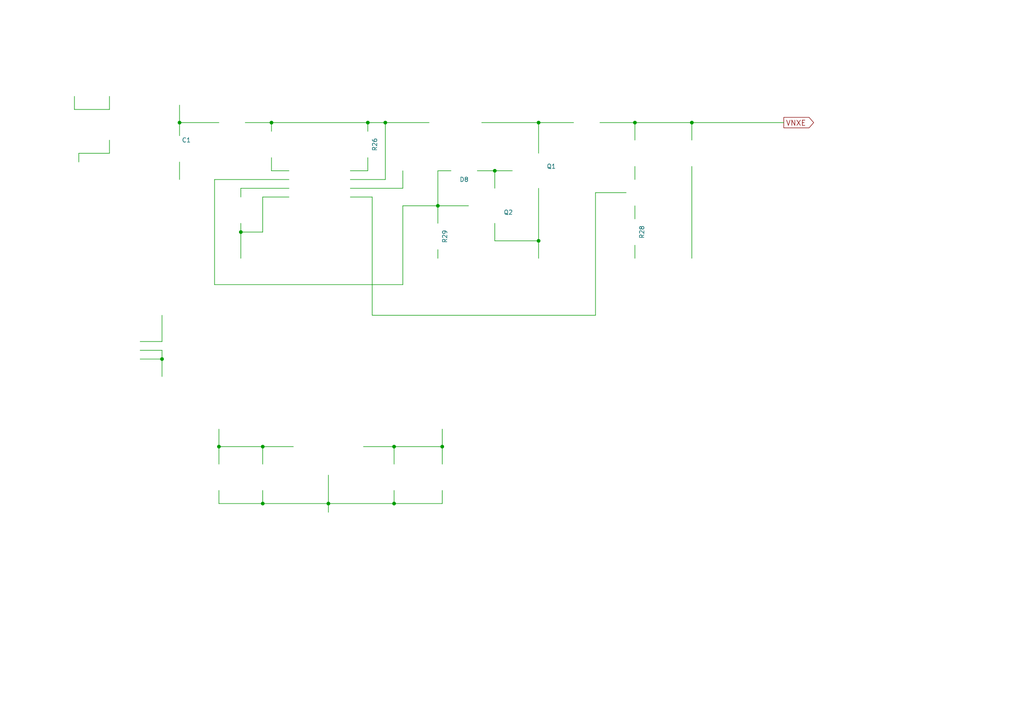
<source format=kicad_sch>
(kicad_sch (version 20211123) (generator eeschema)
  (paper "A4")
  (title_block (title "power") (date "2017-10-24"))
  (lib_symbols)
  (junction (at 114.3 146.05))
  (junction (at 156.21 35.56))
  (junction (at 95.25 146.05))
  (junction (at 111.76 35.56))
  (junction (at 63.5 129.54))
  (junction (at 106.68 35.56))
  (junction (at 69.85 67.31))
  (junction (at 143.51 49.53))
  (junction (at 184.15 35.56))
  (junction (at 114.3 129.54))
  (junction (at 78.74 35.56))
  (junction (at 200.66 35.56))
  (junction (at 128.27 129.54))
  (junction (at 156.21 69.85))
  (junction (at 76.2 129.54))
  (junction (at 46.99 104.14))
  (junction (at 127 59.69))
  (junction (at 76.2 146.05))
  (junction (at 52.07 35.56))
  (wire (pts (xy 83.82 57.15) (xy 76.2 57.15)))
  (wire (pts (xy 62.23 52.07) (xy 62.23 82.55)))
  (wire (pts (xy 156.21 44.45) (xy 156.21 35.56)))
  (wire (pts (xy 52.07 46.99) (xy 52.07 52.07)))
  (wire (pts (xy 184.15 40.64) (xy 184.15 35.56)))
  (wire (pts (xy 106.68 45.72) (xy 106.68 49.53)))
  (wire (pts (xy 63.5 142.24) (xy 63.5 146.05)))
  (wire (pts (xy 156.21 54.61) (xy 156.21 69.85)))
  (wire (pts (xy 76.2 142.24) (xy 76.2 146.05)))
  (wire (pts (xy 200.66 35.56) (xy 227.33 35.56)))
  (wire (pts (xy 107.95 91.44) (xy 107.95 57.15)))
  (wire (pts (xy 78.74 35.56) (xy 106.68 35.56)))
  (wire (pts (xy 181.61 55.88) (xy 172.72 55.88)))
  (wire (pts (xy 106.68 35.56) (xy 111.76 35.56)))
  (wire (pts (xy 76.2 129.54) (xy 85.09 129.54)))
  (wire (pts (xy 83.82 54.61) (xy 69.85 54.61)))
  (wire (pts (xy 21.59 27.94) (xy 21.59 31.75)))
  (wire (pts (xy 114.3 134.62) (xy 114.3 129.54)))
  (wire (pts (xy 62.23 82.55) (xy 116.84 82.55)))
  (wire (pts (xy 128.27 146.05) (xy 128.27 142.24)))
  (wire (pts (xy 114.3 146.05) (xy 128.27 146.05)))
  (wire (pts (xy 128.27 129.54) (xy 128.27 134.62)))
  (wire (pts (xy 76.2 146.05) (xy 95.25 146.05)))
  (wire (pts (xy 71.12 35.56) (xy 78.74 35.56)))
  (wire (pts (xy 116.84 49.53) (xy 116.84 54.61)))
  (wire (pts (xy 111.76 52.07) (xy 111.76 35.56)))
  (wire (pts (xy 46.99 101.6) (xy 46.99 104.14)))
  (wire (pts (xy 52.07 30.48) (xy 52.07 35.56)))
  (wire (pts (xy 46.99 104.14) (xy 46.99 109.22)))
  (wire (pts (xy 78.74 45.72) (xy 78.74 49.53)))
  (wire (pts (xy 95.25 146.05) (xy 95.25 148.59)))
  (wire (pts (xy 78.74 38.1) (xy 78.74 35.56)))
  (wire (pts (xy 143.51 54.61) (xy 143.51 49.53)))
  (wire (pts (xy 172.72 91.44) (xy 107.95 91.44)))
  (wire (pts (xy 130.81 49.53) (xy 127 49.53)))
  (wire (pts (xy 139.7 35.56) (xy 156.21 35.56)))
  (wire (pts (xy 106.68 49.53) (xy 101.6 49.53)))
  (wire (pts (xy 31.75 31.75) (xy 31.75 27.94)))
  (wire (pts (xy 184.15 35.56) (xy 200.66 35.56)))
  (wire (pts (xy 69.85 64.77) (xy 69.85 67.31)))
  (wire (pts (xy 128.27 124.46) (xy 128.27 129.54)))
  (wire (pts (xy 83.82 52.07) (xy 62.23 52.07)))
  (wire (pts (xy 138.43 49.53) (xy 143.51 49.53)))
  (wire (pts (xy 63.5 35.56) (xy 52.07 35.56)))
  (wire (pts (xy 69.85 54.61) (xy 69.85 57.15)))
  (wire (pts (xy 105.41 129.54) (xy 114.3 129.54)))
  (wire (pts (xy 116.84 82.55) (xy 116.84 59.69)))
  (wire (pts (xy 107.95 57.15) (xy 101.6 57.15)))
  (wire (pts (xy 31.75 44.45) (xy 31.75 40.64)))
  (wire (pts (xy 200.66 48.26) (xy 200.66 74.93)))
  (wire (pts (xy 63.5 124.46) (xy 63.5 129.54)))
  (wire (pts (xy 143.51 69.85) (xy 156.21 69.85)))
  (wire (pts (xy 101.6 52.07) (xy 111.76 52.07)))
  (wire (pts (xy 114.3 129.54) (xy 128.27 129.54)))
  (wire (pts (xy 172.72 55.88) (xy 172.72 91.44)))
  (wire (pts (xy 63.5 129.54) (xy 76.2 129.54)))
  (wire (pts (xy 76.2 57.15) (xy 76.2 67.31)))
  (wire (pts (xy 127 59.69) (xy 127 64.77)))
  (wire (pts (xy 46.99 99.06) (xy 46.99 91.44)))
  (wire (pts (xy 40.64 104.14) (xy 46.99 104.14)))
  (wire (pts (xy 76.2 134.62) (xy 76.2 129.54)))
  (wire (pts (xy 173.99 35.56) (xy 184.15 35.56)))
  (wire (pts (xy 156.21 69.85) (xy 156.21 74.93)))
  (wire (pts (xy 114.3 142.24) (xy 114.3 146.05)))
  (wire (pts (xy 200.66 40.64) (xy 200.66 35.56)))
  (wire (pts (xy 127 59.69) (xy 135.89 59.69)))
  (wire (pts (xy 52.07 35.56) (xy 52.07 39.37)))
  (wire (pts (xy 143.51 64.77) (xy 143.51 69.85)))
  (wire (pts (xy 184.15 48.26) (xy 184.15 52.07)))
  (wire (pts (xy 95.25 137.795) (xy 95.25 146.05)))
  (wire (pts (xy 22.86 46.99) (xy 22.86 44.45)))
  (wire (pts (xy 76.2 67.31) (xy 69.85 67.31)))
  (wire (pts (xy 69.85 67.31) (xy 69.85 74.93)))
  (wire (pts (xy 156.21 35.56) (xy 166.37 35.56)))
  (wire (pts (xy 40.64 101.6) (xy 46.99 101.6)))
  (wire (pts (xy 111.76 35.56) (xy 124.46 35.56)))
  (wire (pts (xy 40.64 99.06) (xy 46.99 99.06)))
  (wire (pts (xy 78.74 49.53) (xy 83.82 49.53)))
  (wire (pts (xy 184.15 71.12) (xy 184.15 74.93)))
  (wire (pts (xy 63.5 129.54) (xy 63.5 134.62)))
  (wire (pts (xy 143.51 49.53) (xy 148.59 49.53)))
  (wire (pts (xy 22.86 44.45) (xy 31.75 44.45)))
  (wire (pts (xy 21.59 31.75) (xy 31.75 31.75)))
  (wire (pts (xy 95.25 146.05) (xy 114.3 146.05)))
  (wire (pts (xy 116.84 54.61) (xy 101.6 54.61)))
  (wire (pts (xy 116.84 59.69) (xy 127 59.69)))
  (wire (pts (xy 106.68 38.1) (xy 106.68 35.56)))
  (wire (pts (xy 127 49.53) (xy 127 59.69)))
  (wire (pts (xy 184.15 59.69) (xy 184.15 63.5)))
  (wire (pts (xy 63.5 146.05) (xy 76.2 146.05)))
  (wire (pts (xy 127 72.39) (xy 127 74.93)))
  (global_label "VNXE" (shape output) (at 227.33 35.56 0) (effects (font (size 1.524 1.524))) (property "Intersheet References" "${INTERSHEET_REFS}" (effects hide)))
  (symbol (lib_id "NJM2360A") (at 92.71 53.34 0) (unit 1)
    (property "Reference" "U8" (at 92.71 46.99 0) (effects (font (size 1.524 1.524))))
  )
  (symbol (lib_id "2SA1016") (at 140.97 59.69 0) (mirror x) (unit 1)
    (property "Reference" "Q2" (at 146.05 61.595 0) (effects (justify left)))
  )
  (symbol (lib_id "Q_NMOS_GDS") (at 153.67 49.53 0) (unit 1)
    (property "Reference" "Q1" (at 161.29 48.26 0) (effects (justify right)))
  )
  (symbol (lib_id "D_Schottky") (at 170.18 35.56 180) (unit 1)
    (property "Reference" "D7" (at 170.18 38.1 0))
  )
  (symbol (lib_id "D") (at 134.62 49.53 180) (unit 1)
    (property "Reference" "D8" (at 134.62 52.07 0))
  )
  (symbol (lib_id "GND") (at 156.21 74.93 0) (unit 1)
    (property "Reference" "#PWR019" (effects hide))
  )
  (symbol (lib_id "R") (at 127 68.58 0) (unit 1)
    (property "Reference" "R29" (at 129.032 68.58 90))
  )
  (symbol (lib_id "GND") (at 127 74.93 0) (unit 1)
    (property "Reference" "#PWR020" (effects hide))
  )
  (symbol (lib_id "R") (at 106.68 41.91 0) (unit 1)
    (property "Reference" "R26" (at 108.712 41.91 90))
  )
  (symbol (lib_id "R") (at 78.74 41.91 0) (unit 1)
    (property "Reference" "R25" (at 80.772 41.91 90))
  )
  (symbol (lib_id "R") (at 67.31 35.56 90) (unit 1)
    (property "Reference" "R24" (at 67.31 33.528 90))
  )
  (symbol (lib_id "R") (at 184.15 44.45 0) (unit 1)
    (property "Reference" "R27" (at 186.182 44.45 90))
  )
  (symbol (lib_id "C") (at 69.85 60.96 0) (unit 1)
    (property "Reference" "C3" (at 70.485 58.42 0) (effects (justify left)))
  )
  (symbol (lib_id "CP1") (at 52.07 43.18 0) (unit 1)
    (property "Reference" "C1" (at 52.705 40.64 0) (effects (justify left)))
  )
  (symbol (lib_id "CP1") (at 200.66 44.45 0) (unit 1)
    (property "Reference" "C2" (at 201.295 41.91 0) (effects (justify left)))
  )
  (symbol (lib_id "INDUCTOR") (at 132.08 35.56 90) (unit 1)
    (property "Reference" "L1" (at 132.08 36.83 90))
  )
  (symbol (lib_id "R") (at 184.15 67.31 0) (unit 1)
    (property "Reference" "R28" (at 186.182 67.31 90))
  )
  (symbol (lib_id "GND") (at 184.15 74.93 0) (unit 1)
    (property "Reference" "#PWR021" (effects hide))
  )
  (symbol (lib_id "GND") (at 200.66 74.93 0) (unit 1)
    (property "Reference" "#PWR022" (effects hide))
  )
  (symbol (lib_id "GND") (at 69.85 74.93 0) (unit 1)
    (property "Reference" "#PWR023" (effects hide))
  )
  (symbol (lib_id "+9V") (at 116.84 49.53 0) (unit 1)
    (property "Reference" "#PWR024" (effects hide))
  )
  (symbol (lib_id "+9V") (at 52.07 30.48 0) (unit 1)
    (property "Reference" "#PWR025" (effects hide))
  )
  (symbol (lib_id "GND") (at 52.07 52.07 0) (unit 1)
    (property "Reference" "#PWR026" (effects hide))
  )
  (symbol (lib_id "VR_3P") (at 184.15 55.88 0) (unit 1)
    (property "Reference" "VR1" (at 186.182 55.88 90))
  )
  (symbol (lib_id "NJM7805S") (at 92.71 129.54 0) (unit 1)
    (property "Reference" "U9" (at 99.695 126.365 0) (effects (font (size 1.524 1.524))))
  )
  (symbol (lib_id "C") (at 76.2 138.43 0) (unit 1)
    (property "Reference" "C5" (at 76.835 135.89 0) (effects (justify left)))
  )
  (symbol (lib_id "C") (at 114.3 138.43 0) (unit 1)
    (property "Reference" "C6" (at 114.935 135.89 0) (effects (justify left)))
  )
  (symbol (lib_id "CP1") (at 63.5 138.43 0) (unit 1)
    (property "Reference" "C4" (at 64.135 135.89 0) (effects (justify left)))
  )
  (symbol (lib_id "CP1") (at 128.27 138.43 0) (unit 1)
    (property "Reference" "C7" (at 128.905 135.89 0) (effects (justify left)))
  )
  (symbol (lib_id "+9V") (at 63.5 124.46 0) (unit 1)
    (property "Reference" "#PWR027" (effects hide))
  )
  (symbol (lib_id "+5V") (at 128.27 124.46 0) (unit 1)
    (property "Reference" "#PWR028" (effects hide))
  )
  (symbol (lib_id "GND") (at 95.25 148.59 0) (unit 1)
    (property "Reference" "#PWR029" (effects hide))
  )
  (symbol (lib_id "PWR_FLAG") (at 31.75 27.94 0) (unit 1)
    (property "Reference" "#FLG030" (effects hide))
  )
  (symbol (lib_id "+9V") (at 21.59 27.94 0) (unit 1)
    (property "Reference" "#PWR031" (effects hide))
  )
  (symbol (lib_id "GND") (at 22.86 46.99 0) (unit 1)
    (property "Reference" "#PWR032" (effects hide))
  )
  (symbol (lib_id "PWR_FLAG") (at 31.75 40.64 0) (unit 1)
    (property "Reference" "#FLG033" (effects hide))
  )
  (symbol (lib_id "BARREL_JACK") (at 33.02 101.6 0) (unit 1)
    (property "Reference" "CON1" (at 33.02 95.25 0))
  )
  (symbol (lib_id "GND") (at 46.99 109.22 0) (unit 1)
    (property "Reference" "#PWR034" (effects hide))
  )
  (symbol (lib_id "+9V") (at 46.99 91.44 0) (unit 1)
    (property "Reference" "#PWR035" (effects hide))
  )
)
</source>
